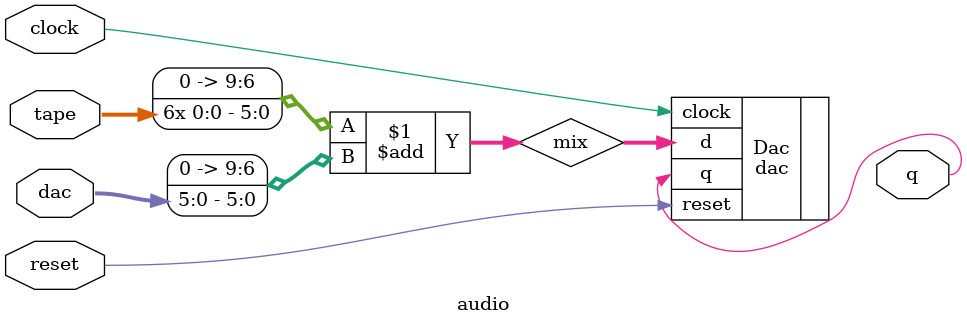
<source format=v>
module audio
//-------------------------------------------------------------------------------------------------
(
	input  wire      clock,
	input  wire      reset,
	input  wire      tape,
	input  wire[5:0] dac,
	output wire      q
);
//-------------------------------------------------------------------------------------------------

wire[9:0] mix = { 2'b00, {6{tape}} } + { 2'b00, dac };

dac #(.MSBI(9)) Dac
(
	.clock(clock  ),
	.reset(reset  ),
	.d    (mix    ),
	.q    (q      )
);

//-------------------------------------------------------------------------------------------------
endmodule
//-------------------------------------------------------------------------------------------------

</source>
